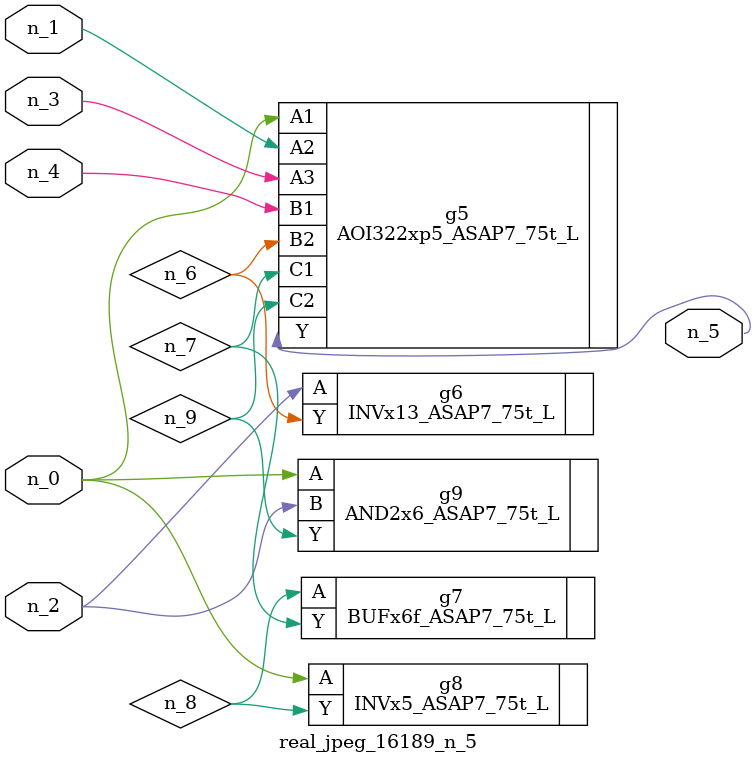
<source format=v>
module real_jpeg_16189_n_5 (n_4, n_0, n_1, n_2, n_3, n_5);

input n_4;
input n_0;
input n_1;
input n_2;
input n_3;

output n_5;

wire n_8;
wire n_6;
wire n_7;
wire n_9;

AOI322xp5_ASAP7_75t_L g5 ( 
.A1(n_0),
.A2(n_1),
.A3(n_3),
.B1(n_4),
.B2(n_6),
.C1(n_7),
.C2(n_9),
.Y(n_5)
);

INVx5_ASAP7_75t_L g8 ( 
.A(n_0),
.Y(n_8)
);

AND2x6_ASAP7_75t_L g9 ( 
.A(n_0),
.B(n_2),
.Y(n_9)
);

INVx13_ASAP7_75t_L g6 ( 
.A(n_2),
.Y(n_6)
);

BUFx6f_ASAP7_75t_L g7 ( 
.A(n_8),
.Y(n_7)
);


endmodule
</source>
